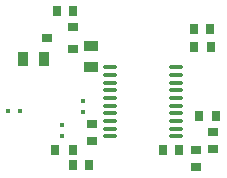
<source format=gbr>
%TF.GenerationSoftware,Altium Limited,Altium Designer,20.1.8 (145)*%
G04 Layer_Color=8421504*
%FSLAX44Y44*%
%MOMM*%
%TF.SameCoordinates,E4642572-F947-42A3-9A2D-1DA0FD0549A1*%
%TF.FilePolarity,Positive*%
%TF.FileFunction,Paste,Top*%
%TF.Part,Single*%
G01*
G75*
%TA.AperFunction,SMDPad,CuDef*%
G04:AMPARAMS|DCode=10|XSize=1.25mm|YSize=0.85mm|CornerRadius=0.0043mm|HoleSize=0mm|Usage=FLASHONLY|Rotation=270.000|XOffset=0mm|YOffset=0mm|HoleType=Round|Shape=RoundedRectangle|*
%AMROUNDEDRECTD10*
21,1,1.2500,0.8415,0,0,270.0*
21,1,1.2415,0.8500,0,0,270.0*
1,1,0.0085,-0.4208,-0.6208*
1,1,0.0085,-0.4208,0.6208*
1,1,0.0085,0.4208,0.6208*
1,1,0.0085,0.4208,-0.6208*
%
%ADD10ROUNDEDRECTD10*%
G04:AMPARAMS|DCode=11|XSize=1.25mm|YSize=0.85mm|CornerRadius=0.0043mm|HoleSize=0mm|Usage=FLASHONLY|Rotation=0.000|XOffset=0mm|YOffset=0mm|HoleType=Round|Shape=RoundedRectangle|*
%AMROUNDEDRECTD11*
21,1,1.2500,0.8415,0,0,0.0*
21,1,1.2415,0.8500,0,0,0.0*
1,1,0.0085,0.6208,-0.4208*
1,1,0.0085,-0.6208,-0.4208*
1,1,0.0085,-0.6208,0.4208*
1,1,0.0085,0.6208,0.4208*
%
%ADD11ROUNDEDRECTD11*%
%ADD12O,1.1500X0.4000*%
G04:AMPARAMS|DCode=13|XSize=0.6mm|YSize=0.8mm|CornerRadius=0.003mm|HoleSize=0mm|Usage=FLASHONLY|Rotation=270.000|XOffset=0mm|YOffset=0mm|HoleType=Round|Shape=RoundedRectangle|*
%AMROUNDEDRECTD13*
21,1,0.6000,0.7940,0,0,270.0*
21,1,0.5940,0.8000,0,0,270.0*
1,1,0.0060,-0.3970,-0.2970*
1,1,0.0060,-0.3970,0.2970*
1,1,0.0060,0.3970,0.2970*
1,1,0.0060,0.3970,-0.2970*
%
%ADD13ROUNDEDRECTD13*%
G04:AMPARAMS|DCode=14|XSize=0.3mm|YSize=0.4mm|CornerRadius=0.0015mm|HoleSize=0mm|Usage=FLASHONLY|Rotation=90.000|XOffset=0mm|YOffset=0mm|HoleType=Round|Shape=RoundedRectangle|*
%AMROUNDEDRECTD14*
21,1,0.3000,0.3970,0,0,90.0*
21,1,0.2970,0.4000,0,0,90.0*
1,1,0.0030,0.1985,0.1485*
1,1,0.0030,0.1985,-0.1485*
1,1,0.0030,-0.1985,-0.1485*
1,1,0.0030,-0.1985,0.1485*
%
%ADD14ROUNDEDRECTD14*%
G04:AMPARAMS|DCode=15|XSize=0.3mm|YSize=0.4mm|CornerRadius=0.0015mm|HoleSize=0mm|Usage=FLASHONLY|Rotation=0.000|XOffset=0mm|YOffset=0mm|HoleType=Round|Shape=RoundedRectangle|*
%AMROUNDEDRECTD15*
21,1,0.3000,0.3970,0,0,0.0*
21,1,0.2970,0.4000,0,0,0.0*
1,1,0.0030,0.1485,-0.1985*
1,1,0.0030,-0.1485,-0.1985*
1,1,0.0030,-0.1485,0.1985*
1,1,0.0030,0.1485,0.1985*
%
%ADD15ROUNDEDRECTD15*%
G04:AMPARAMS|DCode=16|XSize=0.85mm|YSize=0.65mm|CornerRadius=0.0033mm|HoleSize=0mm|Usage=FLASHONLY|Rotation=270.000|XOffset=0mm|YOffset=0mm|HoleType=Round|Shape=RoundedRectangle|*
%AMROUNDEDRECTD16*
21,1,0.8500,0.6435,0,0,270.0*
21,1,0.8435,0.6500,0,0,270.0*
1,1,0.0065,-0.3218,-0.4218*
1,1,0.0065,-0.3218,0.4218*
1,1,0.0065,0.3218,0.4218*
1,1,0.0065,0.3218,-0.4218*
%
%ADD16ROUNDEDRECTD16*%
G04:AMPARAMS|DCode=17|XSize=0.8mm|YSize=0.7mm|CornerRadius=0.0035mm|HoleSize=0mm|Usage=FLASHONLY|Rotation=270.000|XOffset=0mm|YOffset=0mm|HoleType=Round|Shape=RoundedRectangle|*
%AMROUNDEDRECTD17*
21,1,0.8000,0.6930,0,0,270.0*
21,1,0.7930,0.7000,0,0,270.0*
1,1,0.0070,-0.3465,-0.3965*
1,1,0.0070,-0.3465,0.3965*
1,1,0.0070,0.3465,0.3965*
1,1,0.0070,0.3465,-0.3965*
%
%ADD17ROUNDEDRECTD17*%
G04:AMPARAMS|DCode=18|XSize=0.85mm|YSize=0.65mm|CornerRadius=0.0033mm|HoleSize=0mm|Usage=FLASHONLY|Rotation=0.000|XOffset=0mm|YOffset=0mm|HoleType=Round|Shape=RoundedRectangle|*
%AMROUNDEDRECTD18*
21,1,0.8500,0.6435,0,0,0.0*
21,1,0.8435,0.6500,0,0,0.0*
1,1,0.0065,0.4218,-0.3218*
1,1,0.0065,-0.4218,-0.3218*
1,1,0.0065,-0.4218,0.3218*
1,1,0.0065,0.4218,0.3218*
%
%ADD18ROUNDEDRECTD18*%
G04:AMPARAMS|DCode=19|XSize=0.8mm|YSize=0.7mm|CornerRadius=0.0035mm|HoleSize=0mm|Usage=FLASHONLY|Rotation=0.000|XOffset=0mm|YOffset=0mm|HoleType=Round|Shape=RoundedRectangle|*
%AMROUNDEDRECTD19*
21,1,0.8000,0.6930,0,0,0.0*
21,1,0.7930,0.7000,0,0,0.0*
1,1,0.0070,0.3965,-0.3465*
1,1,0.0070,-0.3965,-0.3465*
1,1,0.0070,-0.3965,0.3465*
1,1,0.0070,0.3965,0.3465*
%
%ADD19ROUNDEDRECTD19*%
D10*
X10075923Y10099819D02*
D03*
X10057923D02*
D03*
D11*
X10115812Y10110891D02*
D03*
Y10092891D02*
D03*
D12*
X10131824Y10092966D02*
D03*
Y10086466D02*
D03*
Y10079966D02*
D03*
Y10073466D02*
D03*
Y10066966D02*
D03*
Y10060466D02*
D03*
Y10053966D02*
D03*
Y10047466D02*
D03*
Y10040966D02*
D03*
Y10034466D02*
D03*
X10187824Y10092966D02*
D03*
Y10086466D02*
D03*
Y10079966D02*
D03*
Y10073466D02*
D03*
Y10066966D02*
D03*
Y10060466D02*
D03*
Y10053966D02*
D03*
Y10047466D02*
D03*
Y10040966D02*
D03*
Y10034466D02*
D03*
D13*
X10100889Y10108477D02*
D03*
Y10127477D02*
D03*
X10078889Y10117977D02*
D03*
D14*
X10045843Y10056094D02*
D03*
X10055342D02*
D03*
D15*
X10091341Y10044183D02*
D03*
Y10034683D02*
D03*
X10108622Y10055150D02*
D03*
Y10064650D02*
D03*
D16*
X10217408Y10110172D02*
D03*
X10202908D02*
D03*
X10100218Y10022648D02*
D03*
X10085718D02*
D03*
D17*
X10202908Y10125441D02*
D03*
X10216909D02*
D03*
X10190692Y10022648D02*
D03*
X10176692D02*
D03*
X10086888Y10140814D02*
D03*
X10100889D02*
D03*
X10114218Y10010016D02*
D03*
X10100218D02*
D03*
X10221392Y10051755D02*
D03*
X10207391D02*
D03*
D18*
X10204851Y10022648D02*
D03*
Y10008148D02*
D03*
X10218851Y10038531D02*
D03*
X10218851Y10024031D02*
D03*
D19*
X10116609Y10030703D02*
D03*
Y10044703D02*
D03*
%TF.MD5,e52b6e145ac615ebfa2ee353b1072455*%
M02*

</source>
